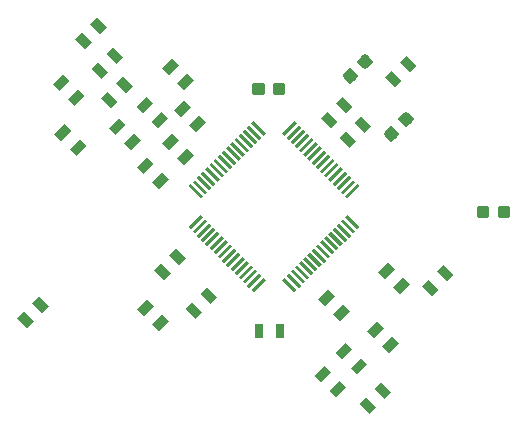
<source format=gbr>
G04 EAGLE Gerber RS-274X export*
G75*
%MOMM*%
%FSLAX34Y34*%
%LPD*%
%INSolderpaste Top*%
%IPPOS*%
%AMOC8*
5,1,8,0,0,1.08239X$1,22.5*%
G01*
%ADD10R,0.800000X1.200000*%
%ADD11C,0.300000*%
%ADD12R,0.279400X1.473200*%


D10*
G36*
X119707Y329922D02*
X114050Y324265D01*
X105565Y332750D01*
X111222Y338407D01*
X119707Y329922D01*
G37*
G36*
X132435Y342650D02*
X126778Y336993D01*
X118293Y345478D01*
X123950Y351135D01*
X132435Y342650D01*
G37*
G36*
X164607Y184522D02*
X158950Y178865D01*
X150465Y187350D01*
X156122Y193007D01*
X164607Y184522D01*
G37*
G36*
X177335Y197250D02*
X171678Y191593D01*
X163193Y200078D01*
X168850Y205735D01*
X177335Y197250D01*
G37*
G36*
X188478Y318307D02*
X194135Y312650D01*
X185650Y304165D01*
X179993Y309822D01*
X188478Y318307D01*
G37*
G36*
X175750Y331035D02*
X181407Y325378D01*
X172922Y316893D01*
X167265Y322550D01*
X175750Y331035D01*
G37*
G36*
X178478Y290207D02*
X184135Y284550D01*
X175650Y276065D01*
X169993Y281722D01*
X178478Y290207D01*
G37*
G36*
X165750Y302935D02*
X171407Y297278D01*
X162922Y288793D01*
X157265Y294450D01*
X165750Y302935D01*
G37*
G36*
X156378Y321407D02*
X162035Y315750D01*
X153550Y307265D01*
X147893Y312922D01*
X156378Y321407D01*
G37*
G36*
X143650Y334135D02*
X149307Y328478D01*
X140822Y319993D01*
X135165Y325650D01*
X143650Y334135D01*
G37*
G36*
X162922Y352593D02*
X157265Y358250D01*
X165750Y366735D01*
X171407Y361078D01*
X162922Y352593D01*
G37*
G36*
X175650Y339865D02*
X169993Y345522D01*
X178478Y354007D01*
X184135Y348350D01*
X175650Y339865D01*
G37*
G36*
X305507Y312922D02*
X299850Y307265D01*
X291365Y315750D01*
X297022Y321407D01*
X305507Y312922D01*
G37*
G36*
X318235Y325650D02*
X312578Y319993D01*
X304093Y328478D01*
X309750Y334135D01*
X318235Y325650D01*
G37*
G36*
X291522Y92193D02*
X285865Y97850D01*
X294350Y106335D01*
X300007Y100678D01*
X291522Y92193D01*
G37*
G36*
X304250Y79465D02*
X298593Y85122D01*
X307078Y93607D01*
X312735Y87950D01*
X304250Y79465D01*
G37*
G36*
X338407Y71322D02*
X332750Y65665D01*
X324265Y74150D01*
X329922Y79807D01*
X338407Y71322D01*
G37*
G36*
X351135Y84050D02*
X345478Y78393D01*
X336993Y86878D01*
X342650Y92535D01*
X351135Y84050D01*
G37*
G36*
X324978Y113007D02*
X330635Y107350D01*
X322150Y98865D01*
X316493Y104522D01*
X324978Y113007D01*
G37*
G36*
X312250Y125735D02*
X317907Y120078D01*
X309422Y111593D01*
X303765Y117250D01*
X312250Y125735D01*
G37*
G36*
X117522Y301593D02*
X111865Y307250D01*
X120350Y315735D01*
X126007Y310078D01*
X117522Y301593D01*
G37*
G36*
X130250Y288865D02*
X124593Y294522D01*
X133078Y303007D01*
X138735Y297350D01*
X130250Y288865D01*
G37*
G36*
X97307Y379922D02*
X91650Y374265D01*
X83165Y382750D01*
X88822Y388407D01*
X97307Y379922D01*
G37*
G36*
X110035Y392650D02*
X104378Y386993D01*
X95893Y395478D01*
X101550Y401135D01*
X110035Y392650D01*
G37*
G36*
X48407Y143722D02*
X42750Y138065D01*
X34265Y146550D01*
X39922Y152207D01*
X48407Y143722D01*
G37*
G36*
X61135Y156450D02*
X55478Y150793D01*
X46993Y159278D01*
X52650Y164935D01*
X61135Y156450D01*
G37*
G36*
X69922Y338893D02*
X64265Y344550D01*
X72750Y353035D01*
X78407Y347378D01*
X69922Y338893D01*
G37*
G36*
X82650Y326165D02*
X76993Y331822D01*
X85478Y340307D01*
X91135Y334650D01*
X82650Y326165D01*
G37*
G36*
X310078Y158407D02*
X315735Y152750D01*
X307250Y144265D01*
X301593Y149922D01*
X310078Y158407D01*
G37*
G36*
X297350Y171135D02*
X303007Y165478D01*
X294522Y156993D01*
X288865Y162650D01*
X297350Y171135D01*
G37*
X238700Y135800D03*
X256700Y135800D03*
G36*
X141222Y268593D02*
X135565Y274250D01*
X144050Y282735D01*
X149707Y277078D01*
X141222Y268593D01*
G37*
G36*
X153950Y255865D02*
X148293Y261522D01*
X156778Y270007D01*
X162435Y264350D01*
X153950Y255865D01*
G37*
D11*
X252670Y337000D02*
X252670Y344000D01*
X259670Y344000D01*
X259670Y337000D01*
X252670Y337000D01*
X252670Y339850D02*
X259670Y339850D01*
X259670Y342700D02*
X252670Y342700D01*
X235130Y344000D02*
X235130Y337000D01*
X235130Y344000D02*
X242130Y344000D01*
X242130Y337000D01*
X235130Y337000D01*
X235130Y339850D02*
X242130Y339850D01*
X242130Y342700D02*
X235130Y342700D01*
X316399Y356348D02*
X321348Y351399D01*
X316399Y346450D01*
X311450Y351399D01*
X316399Y356348D01*
X319249Y349300D02*
X313549Y349300D01*
X312201Y352150D02*
X320597Y352150D01*
X317747Y355000D02*
X315051Y355000D01*
X328801Y368750D02*
X333750Y363801D01*
X328801Y358852D01*
X323852Y363801D01*
X328801Y368750D01*
X331651Y361702D02*
X325951Y361702D01*
X324603Y364552D02*
X332999Y364552D01*
X330149Y367402D02*
X327453Y367402D01*
X358652Y314801D02*
X363601Y309852D01*
X358652Y314801D02*
X363601Y319750D01*
X368550Y314801D01*
X363601Y309852D01*
X366451Y312702D02*
X360751Y312702D01*
X359403Y315552D02*
X367799Y315552D01*
X364949Y318402D02*
X362253Y318402D01*
X346250Y302399D02*
X351199Y297450D01*
X346250Y302399D02*
X351199Y307348D01*
X356148Y302399D01*
X351199Y297450D01*
X354049Y300300D02*
X348349Y300300D01*
X347001Y303150D02*
X355397Y303150D01*
X352547Y306000D02*
X349851Y306000D01*
X442670Y240200D02*
X442670Y233200D01*
X442670Y240200D02*
X449670Y240200D01*
X449670Y233200D01*
X442670Y233200D01*
X442670Y236050D02*
X449670Y236050D01*
X449670Y238900D02*
X442670Y238900D01*
X425130Y240200D02*
X425130Y233200D01*
X425130Y240200D02*
X432130Y240200D01*
X432130Y233200D01*
X425130Y233200D01*
X425130Y236050D02*
X432130Y236050D01*
X432130Y238900D02*
X425130Y238900D01*
D10*
G36*
X157078Y149807D02*
X162735Y144150D01*
X154250Y135665D01*
X148593Y141322D01*
X157078Y149807D01*
G37*
G36*
X144350Y162535D02*
X150007Y156878D01*
X141522Y148393D01*
X135865Y154050D01*
X144350Y162535D01*
G37*
G36*
X87078Y297907D02*
X92735Y292250D01*
X84250Y283765D01*
X78593Y289422D01*
X87078Y297907D01*
G37*
G36*
X74350Y310635D02*
X80007Y304978D01*
X71522Y296493D01*
X65865Y302150D01*
X74350Y310635D01*
G37*
G36*
X358593Y363078D02*
X364250Y368735D01*
X372735Y360250D01*
X367078Y354593D01*
X358593Y363078D01*
G37*
G36*
X345865Y350350D02*
X351522Y356007D01*
X360007Y347522D01*
X354350Y341865D01*
X345865Y350350D01*
G37*
G36*
X361178Y181407D02*
X366835Y175750D01*
X358350Y167265D01*
X352693Y172922D01*
X361178Y181407D01*
G37*
G36*
X348450Y194135D02*
X354107Y188478D01*
X345622Y179993D01*
X339965Y185650D01*
X348450Y194135D01*
G37*
G36*
X391407Y170722D02*
X385750Y165065D01*
X377265Y173550D01*
X382922Y179207D01*
X391407Y170722D01*
G37*
G36*
X404135Y183450D02*
X398478Y177793D01*
X389993Y186278D01*
X395650Y191935D01*
X404135Y183450D01*
G37*
G36*
X191107Y151522D02*
X185450Y145865D01*
X176965Y154350D01*
X182622Y160007D01*
X191107Y151522D01*
G37*
G36*
X203835Y164250D02*
X198178Y158593D01*
X189693Y167078D01*
X195350Y172735D01*
X203835Y164250D01*
G37*
G36*
X109993Y370078D02*
X115650Y375735D01*
X124135Y367250D01*
X118478Y361593D01*
X109993Y370078D01*
G37*
G36*
X97265Y357350D02*
X102922Y363007D01*
X111407Y354522D01*
X105750Y348865D01*
X97265Y357350D01*
G37*
G36*
X321407Y296422D02*
X315750Y290765D01*
X307265Y299250D01*
X312922Y304907D01*
X321407Y296422D01*
G37*
G36*
X334135Y309150D02*
X328478Y303493D01*
X319993Y311978D01*
X325650Y317635D01*
X334135Y309150D01*
G37*
G36*
X351678Y131407D02*
X357335Y125750D01*
X348850Y117265D01*
X343193Y122922D01*
X351678Y131407D01*
G37*
G36*
X338950Y144135D02*
X344607Y138478D01*
X336122Y129993D01*
X330465Y135650D01*
X338950Y144135D01*
G37*
D12*
G36*
X181206Y221693D02*
X179230Y223669D01*
X189646Y234085D01*
X191622Y232109D01*
X181206Y221693D01*
G37*
G36*
X184798Y218101D02*
X182822Y220077D01*
X193238Y230493D01*
X195214Y228517D01*
X184798Y218101D01*
G37*
G36*
X188390Y214509D02*
X186414Y216485D01*
X196830Y226901D01*
X198806Y224925D01*
X188390Y214509D01*
G37*
G36*
X191802Y211096D02*
X189826Y213072D01*
X200242Y223488D01*
X202218Y221512D01*
X191802Y211096D01*
G37*
G36*
X195395Y207504D02*
X193419Y209480D01*
X203835Y219896D01*
X205811Y217920D01*
X195395Y207504D01*
G37*
G36*
X198987Y203912D02*
X197011Y205888D01*
X207427Y216304D01*
X209403Y214328D01*
X198987Y203912D01*
G37*
G36*
X202399Y200499D02*
X200423Y202475D01*
X210839Y212891D01*
X212815Y210915D01*
X202399Y200499D01*
G37*
G36*
X205991Y196907D02*
X204015Y198883D01*
X214431Y209299D01*
X216407Y207323D01*
X205991Y196907D01*
G37*
G36*
X209583Y193315D02*
X207607Y195291D01*
X218023Y205707D01*
X219999Y203731D01*
X209583Y193315D01*
G37*
G36*
X213175Y189723D02*
X211199Y191699D01*
X221615Y202115D01*
X223591Y200139D01*
X213175Y189723D01*
G37*
G36*
X216588Y186311D02*
X214612Y188287D01*
X225028Y198703D01*
X227004Y196727D01*
X216588Y186311D01*
G37*
G36*
X220180Y182719D02*
X218204Y184695D01*
X228620Y195111D01*
X230596Y193135D01*
X220180Y182719D01*
G37*
G36*
X223772Y179126D02*
X221796Y181102D01*
X232212Y191518D01*
X234188Y189542D01*
X223772Y179126D01*
G37*
G36*
X227185Y175714D02*
X225209Y177690D01*
X235625Y188106D01*
X237601Y186130D01*
X227185Y175714D01*
G37*
G36*
X230777Y172122D02*
X228801Y174098D01*
X239217Y184514D01*
X241193Y182538D01*
X230777Y172122D01*
G37*
G36*
X234369Y168530D02*
X232393Y170506D01*
X242809Y180922D01*
X244785Y178946D01*
X234369Y168530D01*
G37*
G36*
X258615Y178946D02*
X260591Y180922D01*
X271007Y170506D01*
X269031Y168530D01*
X258615Y178946D01*
G37*
G36*
X262207Y182538D02*
X264183Y184514D01*
X274599Y174098D01*
X272623Y172122D01*
X262207Y182538D01*
G37*
G36*
X265799Y186130D02*
X267775Y188106D01*
X278191Y177690D01*
X276215Y175714D01*
X265799Y186130D01*
G37*
G36*
X269212Y189542D02*
X271188Y191518D01*
X281604Y181102D01*
X279628Y179126D01*
X269212Y189542D01*
G37*
G36*
X272804Y193135D02*
X274780Y195111D01*
X285196Y184695D01*
X283220Y182719D01*
X272804Y193135D01*
G37*
G36*
X276396Y196727D02*
X278372Y198703D01*
X288788Y188287D01*
X286812Y186311D01*
X276396Y196727D01*
G37*
G36*
X279809Y200139D02*
X281785Y202115D01*
X292201Y191699D01*
X290225Y189723D01*
X279809Y200139D01*
G37*
G36*
X283401Y203731D02*
X285377Y205707D01*
X295793Y195291D01*
X293817Y193315D01*
X283401Y203731D01*
G37*
G36*
X286993Y207323D02*
X288969Y209299D01*
X299385Y198883D01*
X297409Y196907D01*
X286993Y207323D01*
G37*
G36*
X290585Y210915D02*
X292561Y212891D01*
X302977Y202475D01*
X301001Y200499D01*
X290585Y210915D01*
G37*
G36*
X293997Y214328D02*
X295973Y216304D01*
X306389Y205888D01*
X304413Y203912D01*
X293997Y214328D01*
G37*
G36*
X297589Y217920D02*
X299565Y219896D01*
X309981Y209480D01*
X308005Y207504D01*
X297589Y217920D01*
G37*
G36*
X301182Y221512D02*
X303158Y223488D01*
X313574Y213072D01*
X311598Y211096D01*
X301182Y221512D01*
G37*
G36*
X304594Y224925D02*
X306570Y226901D01*
X316986Y216485D01*
X315010Y214509D01*
X304594Y224925D01*
G37*
G36*
X308186Y228517D02*
X310162Y230493D01*
X320578Y220077D01*
X318602Y218101D01*
X308186Y228517D01*
G37*
G36*
X311778Y232109D02*
X313754Y234085D01*
X324170Y223669D01*
X322194Y221693D01*
X311778Y232109D01*
G37*
G36*
X313754Y247915D02*
X311778Y249891D01*
X322194Y260307D01*
X324170Y258331D01*
X313754Y247915D01*
G37*
G36*
X310162Y251507D02*
X308186Y253483D01*
X318602Y263899D01*
X320578Y261923D01*
X310162Y251507D01*
G37*
G36*
X306570Y255099D02*
X304594Y257075D01*
X315010Y267491D01*
X316986Y265515D01*
X306570Y255099D01*
G37*
G36*
X303158Y258512D02*
X301182Y260488D01*
X311598Y270904D01*
X313574Y268928D01*
X303158Y258512D01*
G37*
G36*
X299565Y262104D02*
X297589Y264080D01*
X308005Y274496D01*
X309981Y272520D01*
X299565Y262104D01*
G37*
G36*
X295973Y265696D02*
X293997Y267672D01*
X304413Y278088D01*
X306389Y276112D01*
X295973Y265696D01*
G37*
G36*
X292561Y269109D02*
X290585Y271085D01*
X301001Y281501D01*
X302977Y279525D01*
X292561Y269109D01*
G37*
G36*
X288969Y272701D02*
X286993Y274677D01*
X297409Y285093D01*
X299385Y283117D01*
X288969Y272701D01*
G37*
G36*
X285377Y276293D02*
X283401Y278269D01*
X293817Y288685D01*
X295793Y286709D01*
X285377Y276293D01*
G37*
G36*
X281785Y279885D02*
X279809Y281861D01*
X290225Y292277D01*
X292201Y290301D01*
X281785Y279885D01*
G37*
G36*
X278372Y283297D02*
X276396Y285273D01*
X286812Y295689D01*
X288788Y293713D01*
X278372Y283297D01*
G37*
G36*
X274780Y286889D02*
X272804Y288865D01*
X283220Y299281D01*
X285196Y297305D01*
X274780Y286889D01*
G37*
G36*
X271188Y290482D02*
X269212Y292458D01*
X279628Y302874D01*
X281604Y300898D01*
X271188Y290482D01*
G37*
G36*
X267775Y293894D02*
X265799Y295870D01*
X276215Y306286D01*
X278191Y304310D01*
X267775Y293894D01*
G37*
G36*
X264183Y297486D02*
X262207Y299462D01*
X272623Y309878D01*
X274599Y307902D01*
X264183Y297486D01*
G37*
G36*
X260591Y301078D02*
X258615Y303054D01*
X269031Y313470D01*
X271007Y311494D01*
X260591Y301078D01*
G37*
G36*
X232393Y311494D02*
X234369Y313470D01*
X244785Y303054D01*
X242809Y301078D01*
X232393Y311494D01*
G37*
G36*
X228801Y307902D02*
X230777Y309878D01*
X241193Y299462D01*
X239217Y297486D01*
X228801Y307902D01*
G37*
G36*
X225209Y304310D02*
X227185Y306286D01*
X237601Y295870D01*
X235625Y293894D01*
X225209Y304310D01*
G37*
G36*
X221796Y300898D02*
X223772Y302874D01*
X234188Y292458D01*
X232212Y290482D01*
X221796Y300898D01*
G37*
G36*
X218204Y297305D02*
X220180Y299281D01*
X230596Y288865D01*
X228620Y286889D01*
X218204Y297305D01*
G37*
G36*
X214612Y293713D02*
X216588Y295689D01*
X227004Y285273D01*
X225028Y283297D01*
X214612Y293713D01*
G37*
G36*
X211199Y290301D02*
X213175Y292277D01*
X223591Y281861D01*
X221615Y279885D01*
X211199Y290301D01*
G37*
G36*
X207607Y286709D02*
X209583Y288685D01*
X219999Y278269D01*
X218023Y276293D01*
X207607Y286709D01*
G37*
G36*
X204015Y283117D02*
X205991Y285093D01*
X216407Y274677D01*
X214431Y272701D01*
X204015Y283117D01*
G37*
G36*
X200423Y279525D02*
X202399Y281501D01*
X212815Y271085D01*
X210839Y269109D01*
X200423Y279525D01*
G37*
G36*
X197011Y276112D02*
X198987Y278088D01*
X209403Y267672D01*
X207427Y265696D01*
X197011Y276112D01*
G37*
G36*
X193419Y272520D02*
X195395Y274496D01*
X205811Y264080D01*
X203835Y262104D01*
X193419Y272520D01*
G37*
G36*
X189826Y268928D02*
X191802Y270904D01*
X202218Y260488D01*
X200242Y258512D01*
X189826Y268928D01*
G37*
G36*
X186414Y265515D02*
X188390Y267491D01*
X198806Y257075D01*
X196830Y255099D01*
X186414Y265515D01*
G37*
G36*
X182822Y261923D02*
X184798Y263899D01*
X195214Y253483D01*
X193238Y251507D01*
X182822Y261923D01*
G37*
G36*
X179230Y258331D02*
X181206Y260307D01*
X191622Y249891D01*
X189646Y247915D01*
X179230Y258331D01*
G37*
M02*

</source>
